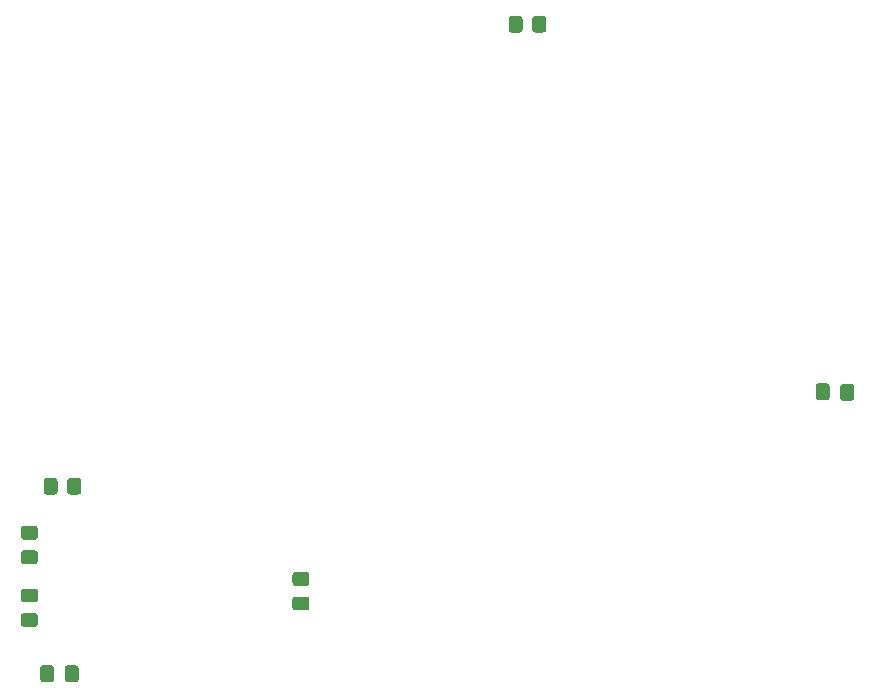
<source format=gtp>
G04 #@! TF.GenerationSoftware,KiCad,Pcbnew,(5.1.12)-1*
G04 #@! TF.CreationDate,2022-01-03T18:38:44+00:00*
G04 #@! TF.ProjectId,A600_68k_PLCC_to_DIP64_v2,41363030-5f36-4386-9b5f-504c43435f74,B*
G04 #@! TF.SameCoordinates,Original*
G04 #@! TF.FileFunction,Paste,Top*
G04 #@! TF.FilePolarity,Positive*
%FSLAX46Y46*%
G04 Gerber Fmt 4.6, Leading zero omitted, Abs format (unit mm)*
G04 Created by KiCad (PCBNEW (5.1.12)-1) date 2022-01-03 18:38:44*
%MOMM*%
%LPD*%
G01*
G04 APERTURE LIST*
G04 APERTURE END LIST*
G36*
G01*
X121191000Y-122010500D02*
X122141000Y-122010500D01*
G75*
G02*
X122391000Y-122260500I0J-250000D01*
G01*
X122391000Y-122935500D01*
G75*
G02*
X122141000Y-123185500I-250000J0D01*
G01*
X121191000Y-123185500D01*
G75*
G02*
X120941000Y-122935500I0J250000D01*
G01*
X120941000Y-122260500D01*
G75*
G02*
X121191000Y-122010500I250000J0D01*
G01*
G37*
G36*
G01*
X121191000Y-119935500D02*
X122141000Y-119935500D01*
G75*
G02*
X122391000Y-120185500I0J-250000D01*
G01*
X122391000Y-120860500D01*
G75*
G02*
X122141000Y-121110500I-250000J0D01*
G01*
X121191000Y-121110500D01*
G75*
G02*
X120941000Y-120860500I0J250000D01*
G01*
X120941000Y-120185500D01*
G75*
G02*
X121191000Y-119935500I250000J0D01*
G01*
G37*
G36*
G01*
X121191000Y-127323000D02*
X122141000Y-127323000D01*
G75*
G02*
X122391000Y-127573000I0J-250000D01*
G01*
X122391000Y-128248000D01*
G75*
G02*
X122141000Y-128498000I-250000J0D01*
G01*
X121191000Y-128498000D01*
G75*
G02*
X120941000Y-128248000I0J250000D01*
G01*
X120941000Y-127573000D01*
G75*
G02*
X121191000Y-127323000I250000J0D01*
G01*
G37*
G36*
G01*
X121191000Y-125248000D02*
X122141000Y-125248000D01*
G75*
G02*
X122391000Y-125498000I0J-250000D01*
G01*
X122391000Y-126173000D01*
G75*
G02*
X122141000Y-126423000I-250000J0D01*
G01*
X121191000Y-126423000D01*
G75*
G02*
X120941000Y-126173000I0J250000D01*
G01*
X120941000Y-125498000D01*
G75*
G02*
X121191000Y-125248000I250000J0D01*
G01*
G37*
G36*
G01*
X124656000Y-132936000D02*
X124656000Y-131986000D01*
G75*
G02*
X124906000Y-131736000I250000J0D01*
G01*
X125581000Y-131736000D01*
G75*
G02*
X125831000Y-131986000I0J-250000D01*
G01*
X125831000Y-132936000D01*
G75*
G02*
X125581000Y-133186000I-250000J0D01*
G01*
X124906000Y-133186000D01*
G75*
G02*
X124656000Y-132936000I0J250000D01*
G01*
G37*
G36*
G01*
X122581000Y-132936000D02*
X122581000Y-131986000D01*
G75*
G02*
X122831000Y-131736000I250000J0D01*
G01*
X123506000Y-131736000D01*
G75*
G02*
X123756000Y-131986000I0J-250000D01*
G01*
X123756000Y-132936000D01*
G75*
G02*
X123506000Y-133186000I-250000J0D01*
G01*
X122831000Y-133186000D01*
G75*
G02*
X122581000Y-132936000I0J250000D01*
G01*
G37*
G36*
G01*
X144178000Y-125926000D02*
X145128000Y-125926000D01*
G75*
G02*
X145378000Y-126176000I0J-250000D01*
G01*
X145378000Y-126851000D01*
G75*
G02*
X145128000Y-127101000I-250000J0D01*
G01*
X144178000Y-127101000D01*
G75*
G02*
X143928000Y-126851000I0J250000D01*
G01*
X143928000Y-126176000D01*
G75*
G02*
X144178000Y-125926000I250000J0D01*
G01*
G37*
G36*
G01*
X144178000Y-123851000D02*
X145128000Y-123851000D01*
G75*
G02*
X145378000Y-124101000I0J-250000D01*
G01*
X145378000Y-124776000D01*
G75*
G02*
X145128000Y-125026000I-250000J0D01*
G01*
X144178000Y-125026000D01*
G75*
G02*
X143928000Y-124776000I0J250000D01*
G01*
X143928000Y-124101000D01*
G75*
G02*
X144178000Y-123851000I250000J0D01*
G01*
G37*
G36*
G01*
X124860000Y-117036001D02*
X124860000Y-116135999D01*
G75*
G02*
X125109999Y-115886000I249999J0D01*
G01*
X125810001Y-115886000D01*
G75*
G02*
X126060000Y-116135999I0J-249999D01*
G01*
X126060000Y-117036001D01*
G75*
G02*
X125810001Y-117286000I-249999J0D01*
G01*
X125109999Y-117286000D01*
G75*
G02*
X124860000Y-117036001I0J249999D01*
G01*
G37*
G36*
G01*
X122860000Y-117036001D02*
X122860000Y-116135999D01*
G75*
G02*
X123109999Y-115886000I249999J0D01*
G01*
X123810001Y-115886000D01*
G75*
G02*
X124060000Y-116135999I0J-249999D01*
G01*
X124060000Y-117036001D01*
G75*
G02*
X123810001Y-117286000I-249999J0D01*
G01*
X123109999Y-117286000D01*
G75*
G02*
X122860000Y-117036001I0J249999D01*
G01*
G37*
G36*
G01*
X164230000Y-77920001D02*
X164230000Y-77019999D01*
G75*
G02*
X164479999Y-76770000I249999J0D01*
G01*
X165180001Y-76770000D01*
G75*
G02*
X165430000Y-77019999I0J-249999D01*
G01*
X165430000Y-77920001D01*
G75*
G02*
X165180001Y-78170000I-249999J0D01*
G01*
X164479999Y-78170000D01*
G75*
G02*
X164230000Y-77920001I0J249999D01*
G01*
G37*
G36*
G01*
X162230000Y-77920001D02*
X162230000Y-77019999D01*
G75*
G02*
X162479999Y-76770000I249999J0D01*
G01*
X163180001Y-76770000D01*
G75*
G02*
X163430000Y-77019999I0J-249999D01*
G01*
X163430000Y-77920001D01*
G75*
G02*
X163180001Y-78170000I-249999J0D01*
G01*
X162479999Y-78170000D01*
G75*
G02*
X162230000Y-77920001I0J249999D01*
G01*
G37*
G36*
G01*
X191490000Y-108170275D02*
X191490000Y-109119725D01*
G75*
G02*
X191239725Y-109370000I-250275J0D01*
G01*
X190565275Y-109370000D01*
G75*
G02*
X190315000Y-109119725I0J250275D01*
G01*
X190315000Y-108170275D01*
G75*
G02*
X190565275Y-107920000I250275J0D01*
G01*
X191239725Y-107920000D01*
G75*
G02*
X191490000Y-108170275I0J-250275D01*
G01*
G37*
G36*
G01*
X189415000Y-108110000D02*
X189415000Y-109060000D01*
G75*
G02*
X189165000Y-109310000I-250000J0D01*
G01*
X188490000Y-109310000D01*
G75*
G02*
X188240000Y-109060000I0J250000D01*
G01*
X188240000Y-108110000D01*
G75*
G02*
X188490000Y-107860000I250000J0D01*
G01*
X189165000Y-107860000D01*
G75*
G02*
X189415000Y-108110000I0J-250000D01*
G01*
G37*
M02*

</source>
